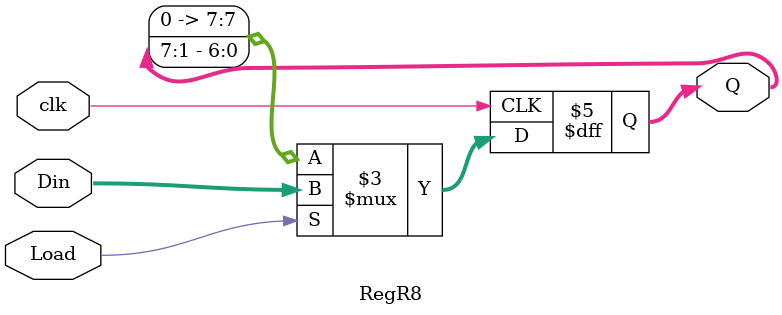
<source format=v>
module RegR8 (Load,clk,Din,Q);

input [7:0] Din;
input Load,clk;
output [7:0] Q;
reg [7:0] Q;

always @ (posedge clk)

begin
  
  if(Load) Q<=Din;
  else     Q<={1'b0,Q[7:1]};

end

endmodule

</source>
